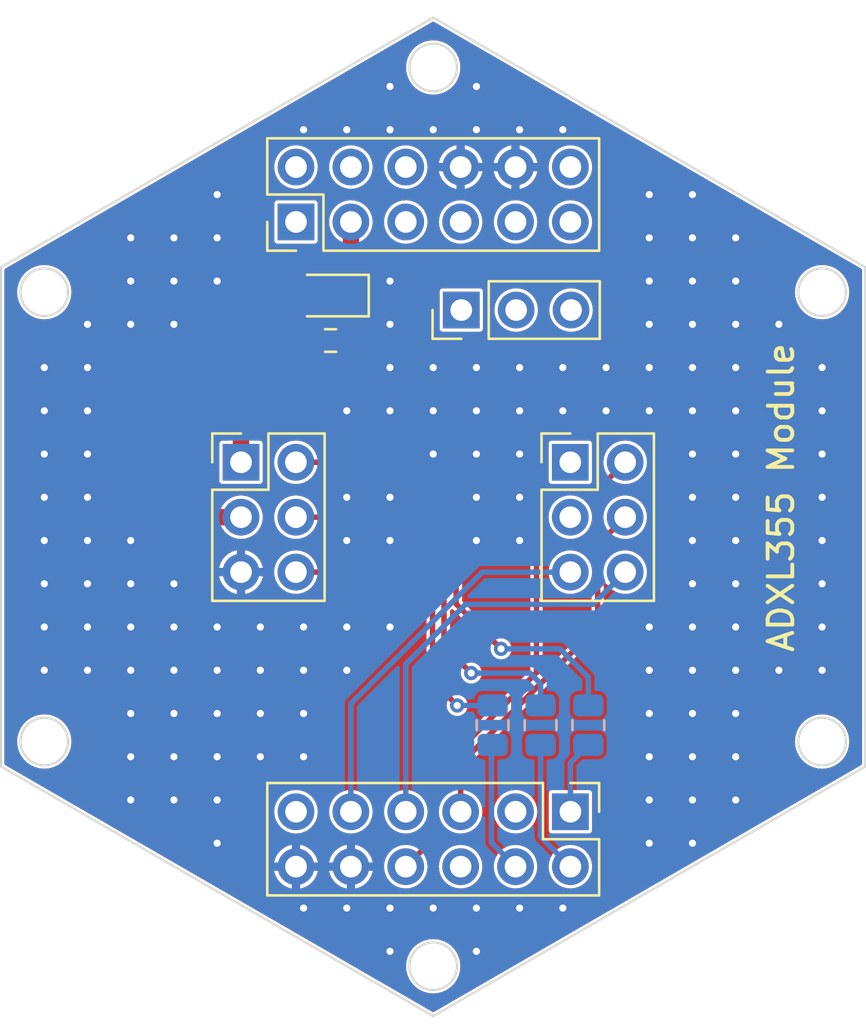
<source format=kicad_pcb>
(kicad_pcb (version 20211014) (generator pcbnew)
  (layers (0 "F.Cu" signal) (31 "B.Cu" signal) (34 "B.Paste" user) (35 "F.Paste" user) (36 "B.SilkS" user "B.Silkscreen") (37 "F.SilkS" user "F.Silkscreen") (38 "B.Mask" user) (39 "F.Mask" user) (44 "Edge.Cuts" user))
  (net 0 "")
  (net 1 "GND")
  (net 2 "VCC")
  (net 3 "/VDD")
  (net 4 "/INT1")
  (net 5 "/INT2")
  (net 6 "/DRDY")
  (net 7 "+5V")
  (net 8 "/V1P8ANA")
  (net 9 "/V1P8DIG")
  (net 10 "/VBAT")
  (net 14 "/SDA")
  (net 15 "/SCL")
  (net 16 "/A1")
  (net 17 "/MOSI")
  (net 18 "/D11")
  (net 19 "/MISO")
  (net 20 "/D6")
  (net 21 "/SCK")
  (net 22 "/~{CS}")
  (net 23 "/A5")
  (net 24 "/LED2")
  (net 25 "/~{EN}")
  (net 26 "/VBAT_OK")
  (net 27 "/D13")
  (net 30 "/~{I2C_RESET}")
  (footprint "LED_SMD:LED_0805_2012Metric_Pad1.15x1.40mm_HandSolder" (layer "F.Cu") (at 145.3175 89.868621 180)
    (fp_text reference "C1" hide)
    (fp_text value "47uF")
    (fp_line (start -1.86 -0.96) (end -1.86 0.96) (layer "F.SilkS") (width 0.12))
    (fp_line (start -1.86 0.96) (end 1 0.96) (layer "F.SilkS") (width 0.12))
    (fp_line (start 1 -0.96) (end -1.86 -0.96) (layer "F.SilkS") (width 0.12))
    (pad "1" smd roundrect (at -1.025 0 180) (size 1.15 1.4) (layers "F.Cu" "F.Paste" "F.Mask") (roundrect_rratio 0.217391) (net 2 "VCC"))
    (pad "2" smd roundrect (at 1.025 0 180) (size 1.15 1.4) (layers "F.Cu" "F.Paste" "F.Mask") (roundrect_rratio 0.217391) (net 1 "GND"))
  )
  (footprint "Connector_PinHeader_2.54mm:PinHeader_2x06_P2.54mm_Vertical" (layer "F.Cu") (at 143.81 86.465599 90)
    (fp_text reference "J1" hide)
    (fp_text value "Conn_02x06_Odd_Even" hide)
    (fp_line (start 1.27 -1.33) (end 3.87 -1.33) (layer "F.SilkS") (width 0.12))
    (fp_line (start -1.33 14.03) (end 3.87 14.03) (layer "F.SilkS") (width 0.12))
    (fp_line (start -1.33 0) (end -1.33 -1.33) (layer "F.SilkS") (width 0.12))
    (fp_line (start -1.33 -1.33) (end 0 -1.33) (layer "F.SilkS") (width 0.12))
    (fp_line (start 3.87 -1.33) (end 3.87 14.03) (layer "F.SilkS") (width 0.12))
    (fp_line (start 1.27 1.27) (end 1.27 -1.33) (layer "F.SilkS") (width 0.12))
    (fp_line (start -1.33 1.27) (end 1.27 1.27) (layer "F.SilkS") (width 0.12))
    (fp_line (start -1.33 1.27) (end -1.33 14.03) (layer "F.SilkS") (width 0.12))
    (pad "1" thru_hole rect (at 0 0 90) (size 1.7 1.7) (drill 1) (layers *.Cu *.Mask) (net 10 "/VBAT"))
    (pad "2" thru_hole oval (at 2.54 0 90) (size 1.7 1.7) (drill 1) (layers *.Cu *.Mask) (net 25 "/~{EN}"))
    (pad "3" thru_hole oval (at 0 2.54 90) (size 1.7 1.7) (drill 1) (layers *.Cu *.Mask) (net 2 "VCC"))
    (pad "4" thru_hole oval (at 2.54 2.54 90) (size 1.7 1.7) (drill 1) (layers *.Cu *.Mask) (net 26 "/VBAT_OK"))
    (pad "5" thru_hole oval (at 0 5.08 90) (size 1.7 1.7) (drill 1) (layers *.Cu *.Mask) (net 30 "/~{I2C_RESET}"))
    (pad "6" thru_hole oval (at 2.54 5.08 90) (size 1.7 1.7) (drill 1) (layers *.Cu *.Mask) (net 7 "+5V"))
    (pad "7" thru_hole oval (at 0 7.62 90) (size 1.7 1.7) (drill 1) (layers *.Cu *.Mask))
    (pad "8" thru_hole oval (at 2.54 7.62 90) (size 1.7 1.7) (drill 1) (layers *.Cu *.Mask) (net 1 "GND"))
    (pad "9" thru_hole oval (at 0 10.16 90) (size 1.7 1.7) (drill 1) (layers *.Cu *.Mask))
    (pad "10" thru_hole oval (at 2.54 10.16 90) (size 1.7 1.7) (drill 1) (layers *.Cu *.Mask) (net 1 "GND"))
    (pad "11" thru_hole oval (at 0 12.7 90) (size 1.7 1.7) (drill 1) (layers *.Cu *.Mask) (net 14 "/SDA"))
    (pad "12" thru_hole oval (at 2.54 12.7 90) (size 1.7 1.7) (drill 1) (layers *.Cu *.Mask) (net 15 "/SCL"))
  )
  (footprint "Resistor_SMD:R_0603_1608Metric_Pad0.98x0.95mm_HandSolder" (layer "F.Cu") (at 145.41 91.948621 180)
    (fp_text reference "FB1" hide)
    (fp_text value "FerriteBead_Small")
    (fp_line (start -0.254724 -0.5225) (end 0.254724 -0.5225) (layer "F.SilkS") (width 0.12))
    (fp_line (start -0.254724 0.5225) (end 0.254724 0.5225) (layer "F.SilkS") (width 0.12))
    (pad "1" smd roundrect (at -0.9125 0 180) (size 0.975 0.95) (layers "F.Cu" "F.Paste" "F.Mask") (net 2 "VCC"))
    (pad "2" smd roundrect (at 0.9125 0 180) (size 0.975 0.95) (layers "F.Cu" "F.Paste" "F.Mask") (net 3 "/VDD"))
  )
  (footprint "Connector_PinHeader_2.54mm:PinHeader_2x06_P2.54mm_Vertical" (layer "F.Cu") (at 156.51 113.743621 -90)
    (fp_text reference "J2" hide)
    (fp_text value "Conn_02x06_Odd_Even")
    (fp_line (start 1.27 1.27) (end 1.27 -1.33) (layer "F.SilkS") (width 0.12))
    (fp_line (start -1.33 0) (end -1.33 -1.33) (layer "F.SilkS") (width 0.12))
    (fp_line (start -1.33 1.27) (end -1.33 14.03) (layer "F.SilkS") (width 0.12))
    (fp_line (start -1.33 1.27) (end 1.27 1.27) (layer "F.SilkS") (width 0.12))
    (fp_line (start -1.33 -1.33) (end 0 -1.33) (layer "F.SilkS") (width 0.12))
    (fp_line (start 3.87 -1.33) (end 3.87 14.03) (layer "F.SilkS") (width 0.12))
    (fp_line (start 1.27 -1.33) (end 3.87 -1.33) (layer "F.SilkS") (width 0.12))
    (fp_line (start -1.33 14.03) (end 3.87 14.03) (layer "F.SilkS") (width 0.12))
    (pad "1" thru_hole rect (at 0 0 270) (size 1.7 1.7) (drill 1) (layers *.Cu *.Mask) (net 18 "/D11"))
    (pad "2" thru_hole oval (at 2.54 0 270) (size 1.7 1.7) (drill 1) (layers *.Cu *.Mask) (net 27 "/D13"))
    (pad "3" thru_hole oval (at 0 2.54 270) (size 1.7 1.7) (drill 1) (layers *.Cu *.Mask) (net 16 "/A1"))
    (pad "4" thru_hole oval (at 2.54 2.54 270) (size 1.7 1.7) (drill 1) (layers *.Cu *.Mask) (net 20 "/D6"))
    (pad "5" thru_hole oval (at 0 5.08 270) (size 1.7 1.7) (drill 1) (layers *.Cu *.Mask) (net 21 "/SCK"))
    (pad "6" thru_hole oval (at 2.54 5.08 270) (size 1.7 1.7) (drill 1) (layers *.Cu *.Mask) (net 23 "/A5"))
    (pad "7" thru_hole oval (at 0 7.62 270) (size 1.7 1.7) (drill 1) (layers *.Cu *.Mask) (net 17 "/MOSI"))
    (pad "8" thru_hole oval (at 2.54 7.62 270) (size 1.7 1.7) (drill 1) (layers *.Cu *.Mask) (net 22 "/~{CS}"))
    (pad "9" thru_hole oval (at 0 10.16 270) (size 1.7 1.7) (drill 1) (layers *.Cu *.Mask) (net 19 "/MISO"))
    (pad "10" thru_hole oval (at 2.54 10.16 270) (size 1.7 1.7) (drill 1) (layers *.Cu *.Mask) (net 1 "GND"))
    (pad "11" thru_hole oval (at 0 12.7 270) (size 1.7 1.7) (drill 1) (layers *.Cu *.Mask) (net 24 "/LED2"))
    (pad "12" thru_hole oval (at 2.54 12.7 270) (size 1.7 1.7) (drill 1) (layers *.Cu *.Mask) (net 1 "GND"))
  )
  (footprint "Connector_PinHeader_2.54mm:PinHeader_2x03_P2.54mm_Vertical" (layer "F.Cu") (at 141.265 97.57961)
    (fp_text reference "J3" hide)
    (fp_text value "P1")
    (fp_line (start -1.33 6.41) (end 3.87 6.41) (layer "F.SilkS") (width 0.12))
    (fp_line (start -1.33 0) (end -1.33 -1.33) (layer "F.SilkS") (width 0.12))
    (fp_line (start 1.27 -1.33) (end 3.87 -1.33) (layer "F.SilkS") (width 0.12))
    (fp_line (start -1.33 -1.33) (end 0 -1.33) (layer "F.SilkS") (width 0.12))
    (fp_line (start 3.87 -1.33) (end 3.87 6.41) (layer "F.SilkS") (width 0.12))
    (fp_line (start 1.27 1.27) (end 1.27 -1.33) (layer "F.SilkS") (width 0.12))
    (fp_line (start -1.33 1.27) (end -1.33 6.41) (layer "F.SilkS") (width 0.12))
    (fp_line (start -1.33 1.27) (end 1.27 1.27) (layer "F.SilkS") (width 0.12))
    (pad "1" thru_hole rect (at 0 0) (size 1.7 1.7) (drill 1) (layers *.Cu *.Mask) (net 2 "VCC"))
    (pad "2" thru_hole oval (at 2.54 0) (size 1.7 1.7) (drill 1) (layers *.Cu *.Mask) (net 4 "/INT1"))
    (pad "3" thru_hole oval (at 0 2.54) (size 1.7 1.7) (drill 1) (layers *.Cu *.Mask) (net 3 "/VDD"))
    (pad "4" thru_hole oval (at 2.54 2.54) (size 1.7 1.7) (drill 1) (layers *.Cu *.Mask) (net 5 "/INT2"))
    (pad "5" thru_hole oval (at 0 5.08) (size 1.7 1.7) (drill 1) (layers *.Cu *.Mask) (net 1 "GND"))
    (pad "6" thru_hole oval (at 2.54 5.08) (size 1.7 1.7) (drill 1) (layers *.Cu *.Mask) (net 6 "/DRDY"))
  )
  (footprint "Connector_PinHeader_2.54mm:PinHeader_2x03_P2.54mm_Vertical" (layer "F.Cu") (at 156.505 97.57961)
    (fp_text reference "J4" hide)
    (fp_text value "P2")
    (fp_line (start 1.27 -1.33) (end 3.87 -1.33) (layer "F.SilkS") (width 0.12))
    (fp_line (start -1.33 0) (end -1.33 -1.33) (layer "F.SilkS") (width 0.12))
    (fp_line (start -1.33 1.27) (end -1.33 6.41) (layer "F.SilkS") (width 0.12))
    (fp_line (start 1.27 1.27) (end 1.27 -1.33) (layer "F.SilkS") (width 0.12))
    (fp_line (start -1.33 -1.33) (end 0 -1.33) (layer "F.SilkS") (width 0.12))
    (fp_line (start 3.87 -1.33) (end 3.87 6.41) (layer "F.SilkS") (width 0.12))
    (fp_line (start -1.33 6.41) (end 3.87 6.41) (layer "F.SilkS") (width 0.12))
    (fp_line (start -1.33 1.27) (end 1.27 1.27) (layer "F.SilkS") (width 0.12))
    (pad "1" thru_hole rect (at 0 0) (size 1.7 1.7) (drill 1) (layers *.Cu *.Mask) (net 8 "/V1P8ANA"))
    (pad "2" thru_hole oval (at 2.54 0) (size 1.7 1.7) (drill 1) (layers *.Cu *.Mask) (net 22 "/~{CS}"))
    (pad "3" thru_hole oval (at 0 2.54) (size 1.7 1.7) (drill 1) (layers *.Cu *.Mask) (net 9 "/V1P8DIG"))
    (pad "4" thru_hole oval (at 2.54 2.54) (size 1.7 1.7) (drill 1) (layers *.Cu *.Mask) (net 21 "/SCK"))
    (pad "5" thru_hole oval (at 0 5.08) (size 1.7 1.7) (drill 1) (layers *.Cu *.Mask) (net 19 "/MISO"))
    (pad "6" thru_hole oval (at 2.54 5.08) (size 1.7 1.7) (drill 1) (layers *.Cu *.Mask) (net 17 "/MOSI"))
  )
  (footprint "Connector_PinHeader_2.54mm:PinHeader_1x03_P2.54mm_Vertical" (layer "F.Cu") (at 151.46 90.538621 90)
    (fp_text reference "J5" hide)
    (fp_text value "P3")
    (fp_line (start 1.33 1.27) (end 1.33 6.41) (layer "F.SilkS") (width 0.12))
    (fp_line (start -1.33 1.27) (end 1.33 1.27) (layer "F.SilkS") (width 0.12))
    (fp_line (start -1.33 -1.33) (end 0 -1.33) (layer "F.SilkS") (width 0.12))
    (fp_line (start -1.33 0) (end -1.33 -1.33) (layer "F.SilkS") (width 0.12))
    (fp_line (start -1.33 1.27) (end -1.33 6.41) (layer "F.SilkS") (width 0.12))
    (fp_line (start -1.33 6.41) (end 1.33 6.41) (layer "F.SilkS") (width 0.12))
    (pad "1" thru_hole rect (at 0 0 90) (size 1.7 1.7) (drill 1) (layers *.Cu *.Mask))
    (pad "2" thru_hole oval (at 0 2.54 90) (size 1.7 1.7) (drill 1) (layers *.Cu *.Mask))
    (pad "3" thru_hole oval (at 0 5.08 90) (size 1.7 1.7) (drill 1) (layers *.Cu *.Mask))
  )
  (footprint "Resistor_SMD:R_0805_2012Metric" (layer "B.Cu") (at 157.34 109.738621 90)
    (fp_text reference "R2" hide)
    (fp_text value "NC")
    (fp_line (start -0.227064 0.735) (end 0.227064 0.735) (layer "B.SilkS") (width 0.12))
    (fp_line (start -0.227064 -0.735) (end 0.227064 -0.735) (layer "B.SilkS") (width 0.12))
    (pad "1" smd roundrect (at -0.9125 0 90) (size 1.025 1.4) (layers "B.Cu" "B.Paste" "B.Mask") (roundrect_rratio 0.243902) (net 18 "/D11"))
    (pad "2" smd roundrect (at 0.9125 0 90) (size 1.025 1.4) (layers "B.Cu" "B.Paste" "B.Mask") (roundrect_rratio 0.243902) (net 4 "/INT1"))
  )
  (footprint "Resistor_SMD:R_0805_2012Metric" (layer "B.Cu") (at 155.13 109.738621 -90)
    (fp_text reference "R3" hide)
    (fp_text value "NC")
    (fp_line (start -0.227064 -0.735) (end 0.227064 -0.735) (layer "B.SilkS") (width 0.12))
    (fp_line (start -0.227064 0.735) (end 0.227064 0.735) (layer "B.SilkS") (width 0.12))
    (pad "1" smd roundrect (at -0.9125 0 270) (size 1.025 1.4) (layers "B.Cu" "B.Paste" "B.Mask") (roundrect_rratio 0.243902) (net 5 "/INT2"))
    (pad "2" smd roundrect (at 0.9125 0 270) (size 1.025 1.4) (layers "B.Cu" "B.Paste" "B.Mask") (roundrect_rratio 0.243902) (net 27 "/D13"))
  )
  (footprint "Resistor_SMD:R_0805_2012Metric" (layer "B.Cu") (at 152.91 109.738621 90)
    (fp_text reference "R1" hide)
    (fp_text value "NC")
    (fp_line (start -0.227064 -0.735) (end 0.227064 -0.735) (layer "B.SilkS") (width 0.12))
    (fp_line (start -0.227064 0.735) (end 0.227064 0.735) (layer "B.SilkS") (width 0.12))
    (pad "1" smd roundrect (at -0.9125 0 90) (size 1.025 1.4) (layers "B.Cu" "B.Paste" "B.Mask") (roundrect_rratio 0.243902) (net 20 "/D6"))
    (pad "2" smd roundrect (at 0.9125 0 90) (size 1.025 1.4) (layers "B.Cu" "B.Paste" "B.Mask") (roundrect_rratio 0.243902) (net 6 "/DRDY"))
  )
  (gr_line (start 130.16 88.557605) (end 130.16 111.651615) (layer "Edge.Cuts") (width 0.1))
  (gr_circle (center 168.16 110.496915) (end 169.26 110.496915) (layer "Edge.Cuts") (width 0.1) (fill none))
  (gr_line (start 130.16 111.651615) (end 150.16 123.198621) (layer "Edge.Cuts") (width 0.1))
  (gr_circle (center 168.16 89.712305) (end 169.26 89.712305) (layer "Edge.Cuts") (width 0.1) (fill none))
  (gr_circle (center 132.16 89.712305) (end 133.26 89.712305) (layer "Edge.Cuts") (width 0.1) (fill none))
  (gr_line (start 150.16 77.010599) (end 130.16 88.557605) (layer "Edge.Cuts") (width 0.1))
  (gr_line (start 170.16 88.557605) (end 150.16 77.010599) (layer "Edge.Cuts") (width 0.1))
  (gr_circle (center 150.16 79.32) (end 151.26 79.32) (layer "Edge.Cuts") (width 0.1) (fill none))
  (gr_circle (center 150.16 120.88922) (end 151.26 120.88922) (layer "Edge.Cuts") (width 0.1) (fill none))
  (gr_line (start 170.16 111.651615) (end 170.16 88.557605) (layer "Edge.Cuts") (width 0.1))
  (gr_line (start 150.16 123.198621) (end 170.16 111.651615) (layer "Edge.Cuts") (width 0.1))
  (gr_circle (center 132.16 110.496915) (end 133.26 110.496915) (layer "Edge.Cuts") (width 0.1) (fill none))
  (gr_text "ADXL355 Module" (at 166.26 99.208621 90) (layer "F.SilkS") (effects (font (size 1.143 1.143) (thickness 0.1778))))
  (via (at 160.16 107.198621) (size 0.6604) (drill 0.3302) (layers "F.Cu" "B.Cu") (net 1))
  (via (at 168.16 103.198621) (size 0.6604) (drill 0.3302) (layers "F.Cu" "B.Cu") (net 1))
  (via (at 134.16 91.198621) (size 0.6604) (drill 0.3302) (layers "F.Cu" "B.Cu") (net 1))
  (via (at 152.16 118.198621) (size 0.6604) (drill 0.3302) (layers "F.Cu" "B.Cu") (net 1))
  (via (at 136.16 113.198621) (size 0.6604) (drill 0.3302) (layers "F.Cu" "B.Cu") (net 1))
  (via (at 164.16 113.198621) (size 0.6604) (drill 0.3302) (layers "F.Cu" "B.Cu") (net 1))
  (via (at 144.16 109.198621) (size 0.6604) (drill 0.3302) (layers "F.Cu" "B.Cu") (net 1))
  (via (at 150.16 82.198621) (size 0.6604) (drill 0.3302) (layers "F.Cu" "B.Cu") (net 1))
  (via (at 162.16 91.198621) (size 0.6604) (drill 0.3302) (layers "F.Cu" "B.Cu") (net 1))
  (via (at 146.16 101.198621) (size 0.6604) (drill 0.3302) (layers "F.Cu" "B.Cu") (net 1))
  (via (at 162.16 105.198621) (size 0.6604) (drill 0.3302) (layers "F.Cu" "B.Cu") (net 1))
  (via (at 154.16 95.198621) (size 0.6604) (drill 0.3302) (layers "F.Cu" "B.Cu") (net 1))
  (via (at 136.16 89.198621) (size 0.6604) (drill 0.3302) (layers "F.Cu" "B.Cu") (net 1))
  (via (at 164.16 91.198621) (size 0.6604) (drill 0.3302) (layers "F.Cu" "B.Cu") (net 1))
  (via (at 134.16 95.198621) (size 0.6604) (drill 0.3302) (layers "F.Cu" "B.Cu") (net 1))
  (via (at 132.16 105.198621) (size 0.6604) (drill 0.3302) (layers "F.Cu" "B.Cu") (net 1))
  (via (at 164.16 95.198621) (size 0.6604) (drill 0.3302) (layers "F.Cu" "B.Cu") (net 1))
  (via (at 162.16 97.198621) (size 0.6604) (drill 0.3302) (layers "F.Cu" "B.Cu") (net 1))
  (via (at 142.16 105.198621) (size 0.6604) (drill 0.3302) (layers "F.Cu" "B.Cu") (net 1))
  (via (at 162.16 103.198621) (size 0.6604) (drill 0.3302) (layers "F.Cu" "B.Cu") (net 1))
  (via (at 162.16 87.198621) (size 0.6604) (drill 0.3302) (layers "F.Cu" "B.Cu") (net 1))
  (via (at 160.16 111.198621) (size 0.6604) (drill 0.3302) (layers "F.Cu" "B.Cu") (net 1))
  (via (at 152.16 95.198621) (size 0.6604) (drill 0.3302) (layers "F.Cu" "B.Cu") (net 1))
  (via (at 148.16 91.198621) (size 0.6604) (drill 0.3302) (layers "F.Cu" "B.Cu") (net 1))
  (via (at 166.16 107.198621) (size 0.6604) (drill 0.3302) (layers "F.Cu" "B.Cu") (net 1))
  (via (at 162.16 113.198621) (size 0.6604) (drill 0.3302) (layers "F.Cu" "B.Cu") (net 1))
  (via (at 148.16 120.198621) (size 0.6604) (drill 0.3302) (layers "F.Cu" "B.Cu") (net 1))
  (via (at 140.16 111.198621) (size 0.6604) (drill 0.3302) (layers "F.Cu" "B.Cu") (net 1))
  (via (at 146.16 107.198621) (size 0.6604) (drill 0.3302) (layers "F.Cu" "B.Cu") (net 1))
  (via (at 132.16 101.198621) (size 0.6604) (drill 0.3302) (layers "F.Cu" "B.Cu") (net 1))
  (via (at 140.16 89.198621) (size 0.6604) (drill 0.3302) (layers "F.Cu" "B.Cu") (net 1))
  (via (at 148.16 95.198621) (size 0.6604) (drill 0.3302) (layers "F.Cu" "B.Cu") (net 1))
  (via (at 138.16 113.198621) (size 0.6604) (drill 0.3302) (layers "F.Cu" "B.Cu") (net 1))
  (via (at 134.16 105.198621) (size 0.6604) (drill 0.3302) (layers "F.Cu" "B.Cu") (net 1))
  (via (at 132.16 95.198621) (size 0.6604) (drill 0.3302) (layers "F.Cu" "B.Cu") (net 1))
  (via (at 152.16 120.198621) (size 0.6604) (drill 0.3302) (layers "F.Cu" "B.Cu") (net 1))
  (via (at 136.16 107.198621) (size 0.6604) (drill 0.3302) (layers "F.Cu" "B.Cu") (net 1))
  (via (at 146.16 82.198621) (size 0.6604) (drill 0.3302) (layers "F.Cu" "B.Cu") (net 1))
  (via (at 134.16 107.198621) (size 0.6604) (drill 0.3302) (layers "F.Cu" "B.Cu") (net 1))
  (via (at 168.16 105.198621) (size 0.6604) (drill 0.3302) (layers "F.Cu" "B.Cu") (net 1))
  (via (at 146.16 99.198621) (size 0.6604) (drill 0.3302) (layers "F.Cu" "B.Cu") (net 1))
  (via (at 160.16 105.198621) (size 0.6604) (drill 0.3302) (layers "F.Cu" "B.Cu") (net 1))
  (via (at 138.16 105.198621) (size 0.6604) (drill 0.3302) (layers "F.Cu" "B.Cu") (net 1))
  (via (at 164.16 109.198621) (size 0.6604) (drill 0.3302) (layers "F.Cu" "B.Cu") (net 1))
  (via (at 146.16 118.198621) (size 0.6604) (drill 0.3302) (layers "F.Cu" "B.Cu") (net 1))
  (via (at 164.16 107.198621) (size 0.6604) (drill 0.3302) (layers "F.Cu" "B.Cu") (net 1))
  (via (at 156.16 82.198621) (size 0.6604) (drill 0.3302) (layers "F.Cu" "B.Cu") (net 1))
  (via (at 148.16 89.198621) (size 0.6604) (drill 0.3302) (layers "F.Cu" "B.Cu") (net 1))
  (via (at 144.16 105.198621) (size 0.6604) (drill 0.3302) (layers "F.Cu" "B.Cu") (net 1))
  (via (at 134.16 101.198621) (size 0.6604) (drill 0.3302) (layers "F.Cu" "B.Cu") (net 1))
  (via (at 164.16 93.198621) (size 0.6604) (drill 0.3302) (layers "F.Cu" "B.Cu") (net 1))
  (via (at 134.16 97.198621) (size 0.6604) (drill 0.3302) (layers "F.Cu" "B.Cu") (net 1))
  (via (at 132.16 97.198621) (size 0.6604) (drill 0.3302) (layers "F.Cu" "B.Cu") (net 1))
  (via (at 134.16 93.198621) (size 0.6604) (drill 0.3302) (layers "F.Cu" "B.Cu") (net 1))
  (via (at 162.16 89.198621) (size 0.6604) (drill 0.3302) (layers "F.Cu" "B.Cu") (net 1))
  (via (at 164.16 99.198621) (size 0.6604) (drill 0.3302) (layers "F.Cu" "B.Cu") (net 1))
  (via (at 168.16 95.198621) (size 0.6604) (drill 0.3302) (layers "F.Cu" "B.Cu") (net 1))
  (via (at 154.16 82.198621) (size 0.6604) (drill 0.3302) (layers "F.Cu" "B.Cu") (net 1))
  (via (at 160.16 95.198621) (size 0.6604) (drill 0.3302) (layers "F.Cu" "B.Cu") (net 1))
  (via (at 136.16 103.198621) (size 0.6604) (drill 0.3302) (layers "F.Cu" "B.Cu") (net 1))
  (via (at 164.16 89.198621) (size 0.6604) (drill 0.3302) (layers "F.Cu" "B.Cu") (net 1))
  (via (at 134.16 99.198621) (size 0.6604) (drill 0.3302) (layers "F.Cu" "B.Cu") (net 1))
  (via (at 138.16 111.198621) (size 0.6604) (drill 0.3302) (layers "F.Cu" "B.Cu") (net 1))
  (via (at 136.16 105.198621) (size 0.6604) (drill 0.3302) (layers "F.Cu" "B.Cu") (net 1))
  (via (at 136.16 87.198621) (size 0.6604) (drill 0.3302) (layers "F.Cu" "B.Cu") (net 1))
  (via (at 148.16 101.198621) (size 0.6604) (drill 0.3302) (layers "F.Cu" "B.Cu") (net 1))
  (via (at 162.16 95.198621) (size 0.6604) (drill 0.3302) (layers "F.Cu" "B.Cu") (net 1))
  (via (at 154.16 118.198621) (size 0.6604) (drill 0.3302) (layers "F.Cu" "B.Cu") (net 1))
  (via (at 154.16 93.198621) (size 0.6604) (drill 0.3302) (layers "F.Cu" "B.Cu") (net 1))
  (via (at 164.16 103.198621) (size 0.6604) (drill 0.3302) (layers "F.Cu" "B.Cu") (net 1))
  (via (at 140.16 107.198621) (size 0.6604) (drill 0.3302) (layers "F.Cu" "B.Cu") (net 1))
  (via (at 168.16 97.198621) (size 0.6604) (drill 0.3302) (layers "F.Cu" "B.Cu") (net 1))
  (via (at 148.16 82.198621) (size 0.6604) (drill 0.3302) (layers "F.Cu" "B.Cu") (net 1))
  (via (at 132.16 103.198621) (size 0.6604) (drill 0.3302) (layers "F.Cu" "B.Cu") (net 1))
  (via (at 164.16 105.198621) (size 0.6604) (drill 0.3302) (layers "F.Cu" "B.Cu") (net 1))
  (via (at 148.16 99.198621) (size 0.6604) (drill 0.3302) (layers "F.Cu" "B.Cu") (net 1))
  (via (at 160.16 85.198621) (size 0.6604) (drill 0.3302) (layers "F.Cu" "B.Cu") (net 1))
  (via (at 150.16 93.198621) (size 0.6604) (drill 0.3302) (layers "F.Cu" "B.Cu") (net 1))
  (via (at 138.16 91.198621) (size 0.6604) (drill 0.3302) (layers "F.Cu" "B.Cu") (net 1))
  (via (at 164.16 101.198621) (size 0.6604) (drill 0.3302) (layers "F.Cu" "B.Cu") (net 1))
  (via (at 140.16 109.198621) (size 0.6604) (drill 0.3302) (layers "F.Cu" "B.Cu") (net 1))
  (via (at 162.16 107.198621) (size 0.6604) (drill 0.3302) (layers "F.Cu" "B.Cu") (net 1))
  (via (at 140.16 113.198621) (size 0.6604) (drill 0.3302) (layers "F.Cu" "B.Cu") (net 1))
  (via (at 138.16 87.198621) (size 0.6604) (drill 0.3302) (layers "F.Cu" "B.Cu") (net 1))
  (via (at 152.16 101.198621) (size 0.6604) (drill 0.3302) (layers "F.Cu" "B.Cu") (net 1))
  (via (at 152.16 93.198621) (size 0.6604) (drill 0.3302) (layers "F.Cu" "B.Cu") (net 1))
  (via (at 150.16 97.198621) (size 0.6604) (drill 0.3302) (layers "F.Cu" "B.Cu") (net 1))
  (via (at 160.16 87.198621) (size 0.6604) (drill 0.3302) (layers "F.Cu" "B.Cu") (net 1))
  (via (at 156.16 93.198621) (size 0.6604) (drill 0.3302) (layers "F.Cu" "B.Cu") (net 1))
  (via (at 162.16 111.198621) (size 0.6604) (drill 0.3302) (layers "F.Cu" "B.Cu") (net 1))
  (via (at 162.16 85.198621) (size 0.6604) (drill 0.3302) (layers "F.Cu" "B.Cu") (net 1))
  (via (at 140.16 87.198621) (size 0.6604) (drill 0.3302) (layers "F.Cu" "B.Cu") (net 1))
  (via (at 142.16 109.198621) (size 0.6604) (drill 0.3302) (layers "F.Cu" "B.Cu") (net 1))
  (via (at 162.16 93.198621) (size 0.6604) (drill 0.3302) (layers "F.Cu" "B.Cu") (net 1))
  (via (at 142.16 107.198621) (size 0.6604) (drill 0.3302) (layers "F.Cu" "B.Cu") (net 1))
  (via (at 154.16 99.198621) (size 0.6604) (drill 0.3302) (layers "F.Cu" "B.Cu") (net 1))
  (via (at 148.16 80.198621) (size 0.6604) (drill 0.3302) (layers "F.Cu" "B.Cu") (net 1))
  (via (at 162.16 101.198621) (size 0.6604) (drill 0.3302) (layers "F.Cu" "B.Cu") (net 1))
  (via (at 144.16 82.198621) (size 0.6604) (drill 0.3302) (layers "F.Cu" "B.Cu") (net 1))
  (via (at 168.16 101.198621) (size 0.6604) (drill 0.3302) (layers "F.Cu" "B.Cu") (net 1))
  (via (at 148.16 118.198621) (size 0.6604) (drill 0.3302) (layers "F.Cu" "B.Cu") (net 1))
  (via (at 156.16 118.198621) (size 0.6604) (drill 0.3302) (layers "F.Cu" "B.Cu") (net 1))
  (via (at 138.16 109.198621) (size 0.6604) (drill 0.3302) (layers "F.Cu" "B.Cu") (net 1))
  (via (at 164.16 111.198621) (size 0.6604) (drill 0.3302) (layers "F.Cu" "B.Cu") (net 1))
  (via (at 136.16 101.198621) (size 0.6604) (drill 0.3302) (layers "F.Cu" "B.Cu") (net 1))
  (via (at 160.16 89.198621) (size 0.6604) (drill 0.3302) (layers "F.Cu" "B.Cu") (net 1))
  (via (at 152.16 97.198621) (size 0.6604) (drill 0.3302) (layers "F.Cu" "B.Cu") (net 1))
  (via (at 140.16 85.198621) (size 0.6604) (drill 0.3302) (layers "F.Cu" "B.Cu") (net 1))
  (via (at 156.16 95.198621) (size 0.6604) (drill 0.3302) (layers "F.Cu" "B.Cu") (net 1))
  (via (at 168.16 93.198621) (size 0.6604) (drill 0.3302) (layers "F.Cu" "B.Cu") (net 1))
  (via (at 136.16 111.198621) (size 0.6604) (drill 0.3302) (layers "F.Cu" "B.Cu") (net 1))
  (via (at 154.16 97.198621) (size 0.6604) (drill 0.3302) (layers "F.Cu" "B.Cu") (net 1))
  (via (at 162.16 115.198621) (size 0.6604) (drill 0.3302) (layers "F.Cu" "B.Cu") (net 1))
  (via (at 158.16 95.198621) (size 0.6604) (drill 0.3302) (layers "F.Cu" "B.Cu") (net 1))
  (via (at 142.16 111.198621) (size 0.6604) (drill 0.3302) (layers "F.Cu" "B.Cu") (net 1))
  (via (at 158.16 93.198621) (size 0.6604) (drill 0.3302) (layers "F.Cu" "B.Cu") (net 1))
  (via (at 160.16 91.198621) (size 0.6604) (drill 0.3302) (layers "F.Cu" "B.Cu") (net 1))
  (via (at 168.16 107.198621) (size 0.6604) (drill 0.3302) (layers "F.Cu" "B.Cu") (net 1))
  (via (at 162.16 99.198621) (size 0.6604) (drill 0.3302) (layers "F.Cu" "B.Cu") (net 1))
  (via (at 132.16 93.198621) (size 0.6604) (drill 0.3302) (layers "F.Cu" "B.Cu") (net 1))
  (via (at 140.16 105.198621) (size 0.6604) (drill 0.3302) (layers "F.Cu" "B.Cu") (net 1))
  (via (at 160.16 115.198621) (size 0.6604) (drill 0.3302) (layers "F.Cu" "B.Cu") (net 1))
  (via (at 154.16 101.198621) (size 0.6604) (drill 0.3302) (layers "F.Cu" "B.Cu") (net 1))
  (via (at 152.16 82.198621) (size 0.6604) (drill 0.3302) (layers "F.Cu" "B.Cu") (net 1))
  (via (at 152.16 99.198621) (size 0.6604) (drill 0.3302) (layers "F.Cu" "B.Cu") (net 1))
  (via (at 150.16 118.198621) (size 0.6604) (drill 0.3302) (layers "F.Cu" "B.Cu") (net 1))
  (via (at 134.16 103.198621) (size 0.6604) (drill 0.3302) (layers "F.Cu" "B.Cu") (net 1))
  (via (at 150.16 95.198621) (size 0.6604) (drill 0.3302) (layers "F.Cu" "B.Cu") (net 1))
  (via (at 138.16 89.198621) (size 0.6604) (drill 0.3302) (layers "F.Cu" "B.Cu") (net 1))
  (via (at 164.16 97.198621) (size 0.6604) (drill 0.3302) (layers "F.Cu" "B.Cu") (net 1))
  (via (at 138.16 103.198621) (size 0.6604) (drill 0.3302) (layers "F.Cu" "B.Cu") (net 1))
  (via (at 132.16 99.198621) (size 0.6604) (drill 0.3302) (layers "F.Cu" "B.Cu") (net 1))
  (via (at 164.16 87.198621) (size 0.6604) (drill 0.3302) (layers "F.Cu" "B.Cu") (net 1))
  (via (at 166.16 91.198621) (size 0.6604) (drill 0.3302) (layers "F.Cu" "B.Cu") (net 1))
  (via (at 144.16 118.198621) (size 0.6604) (drill 0.3302) (layers "F.Cu" "B.Cu") (net 1))
  (via (at 146.16 95.198621) (size 0.6604) (drill 0.3302) (layers "F.Cu" "B.Cu") (net 1))
  (via (at 152.16 80.198621) (size 0.6604) (drill 0.3302) (layers "F.Cu" "B.Cu") (net 1))
  (via (at 160.16 93.198621) (size 0.6604) (drill 0.3302) (layers "F.Cu" "B.Cu") (net 1))
  (via (at 136.16 109.198621) (size 0.6604) (drill 0.3302) (layers "F.Cu" "B.Cu") (net 1))
  (via (at 144.16 111.198621) (size 0.6604) (drill 0.3302) (layers "F.Cu" "B.Cu") (net 1))
  (via (at 168.16 99.198621) (size 0.6604) (drill 0.3302) (layers "F.Cu" "B.Cu") (net 1))
  (via (at 140.16 115.198621) (size 0.6604) (drill 0.3302) (layers "F.Cu" "B.Cu") (net 1))
  (via (at 148.16 93.198621) (size 0.6604) (drill 0.3302) (layers "F.Cu" "B.Cu") (net 1))
  (via (at 146.16 105.198621) (size 0.6604) (drill 0.3302) (layers "F.Cu" "B.Cu") (net 1))
  (via (at 148.16 105.198621) (size 0.6604) (drill 0.3302) (layers "F.Cu" "B.Cu") (net 1))
  (via (at 160.16 113.198621) (size 0.6604) (drill 0.3302) (layers "F.Cu" "B.Cu") (net 1))
  (via (at 162.16 109.198621) (size 0.6604) (drill 0.3302) (layers "F.Cu" "B.Cu") (net 1))
  (via (at 138.16 107.198621) (size 0.6604) (drill 0.3302) (layers "F.Cu" "B.Cu") (net 1))
  (via (at 144.16 107.198621) (size 0.6604) (drill 0.3302) (layers "F.Cu" "B.Cu") (net 1))
  (via (at 132.16 107.198621) (size 0.6604) (drill 0.3302) (layers "F.Cu" "B.Cu") (net 1))
  (via (at 160.16 109.198621) (size 0.6604) (drill 0.3302) (layers "F.Cu" "B.Cu") (net 1))
  (via (at 136.16 91.198621) (size 0.6604) (drill 0.3302) (layers "F.Cu" "B.Cu") (net 1))
  (segment (start 145.54 94.198621) (end 142.71 94.198621) (width 0.762) (layer "F.Cu") (net 2))
  (segment (start 146.35 89.683621) (end 146.345 89.688621) (width 0.762) (layer "F.Cu") (net 2))
  (segment (start 146.345 91.926121) (end 146.3225 91.948621) (width 0.762) (layer "F.Cu") (net 2))
  (segment (start 142.71 94.198621) (end 141.265 95.643621) (width 0.762) (layer "F.Cu") (net 2))
  (segment (start 146.3225 91.948621) (end 146.3225 93.416121) (width 0.762) (layer "F.Cu") (net 2))
  (segment (start 141.265 95.643621) (end 141.265 97.57961) (width 0.762) (layer "F.Cu") (net 2))
  (segment (start 146.35 86.465599) (end 146.35 89.683621) (width 0.762) (layer "F.Cu") (net 2))
  (segment (start 146.345 89.688621) (end 146.345 91.926121) (width 0.762) (layer "F.Cu") (net 2))
  (segment (start 146.3225 93.416121) (end 145.54 94.198621) (width 0.762) (layer "F.Cu") (net 2))
  (segment (start 138.690989 100.11961) (end 141.265 100.11961) (width 0.762) (layer "F.Cu") (net 3))
  (segment (start 139.98 91.948621) (end 137.29 94.638621) (width 0.762) (layer "F.Cu") (net 3))
  (segment (start 144.4975 91.948621) (end 139.98 91.948621) (width 0.762) (layer "F.Cu") (net 3))
  (segment (start 137.29 98.718621) (end 138.690989 100.11961) (width 0.762) (layer "F.Cu") (net 3))
  (segment (start 137.29 94.638621) (end 137.29 98.718621) (width 0.762) (layer "F.Cu") (net 3))
  (segment (start 149.090989 97.57961) (end 151.22 99.708621) (width 0.254) (layer "F.Cu") (net 4))
  (segment (start 143.805 97.57961) (end 149.090989 97.57961) (width 0.254) (layer "F.Cu") (net 4))
  (segment (start 151.22 104.128621) (end 153.3 106.208621) (width 0.254) (layer "F.Cu") (net 4))
  (segment (start 151.22 99.708621) (end 151.22 103.448621) (width 0.254) (layer "F.Cu") (net 4))
  (segment (start 151.22 103.448621) (end 151.22 104.128621) (width 0.254) (layer "F.Cu") (net 4))
  (via (at 153.3 106.208621) (size 0.6604) (drill 0.3302) (layers "F.Cu" "B.Cu") (net 4))
  (segment (start 156.03 106.208621) (end 157.34 107.518621) (width 0.254) (layer "B.Cu") (net 4))
  (segment (start 153.3 106.208621) (end 156.03 106.208621) (width 0.254) (layer "B.Cu") (net 4))
  (segment (start 157.34 107.518621) (end 157.34 108.826121) (width 0.254) (layer "B.Cu") (net 4))
  (segment (start 150.66 104.818621) (end 150.66 106.068621) (width 0.254) (layer "F.Cu") (net 5))
  (segment (start 143.805 100.11961) (end 148.850989 100.11961) (width 0.254) (layer "F.Cu") (net 5))
  (segment (start 148.850989 100.11961) (end 150.66 101.928621) (width 0.254) (layer "F.Cu") (net 5))
  (segment (start 150.66 101.928621) (end 150.66 104.818621) (width 0.254) (layer "F.Cu") (net 5))
  (segment (start 150.66 106.068621) (end 151.92 107.328621) (width 0.254) (layer "F.Cu") (net 5))
  (via (at 151.92 107.328621) (size 0.6604) (drill 0.3302) (layers "F.Cu" "B.Cu") (net 5))
  (segment (start 151.92 107.328621) (end 154.64 107.328621) (width 0.254) (layer "B.Cu") (net 5))
  (segment (start 154.64 107.328621) (end 155.13 107.818621) (width 0.254) (layer "B.Cu") (net 5))
  (segment (start 155.13 107.818621) (end 155.13 108.826121) (width 0.254) (layer "B.Cu") (net 5))
  (segment (start 143.805 102.65961) (end 148.960989 102.65961) (width 0.254) (layer "F.Cu") (net 6))
  (segment (start 148.960989 102.65961) (end 150.13 103.828621) (width 0.254) (layer "F.Cu") (net 6))
  (segment (start 150.13 107.688621) (end 151.27 108.828621) (width 0.254) (layer "F.Cu") (net 6))
  (segment (start 150.13 103.828621) (end 150.13 107.688621) (width 0.254) (layer "F.Cu") (net 6))
  (via (at 151.27 108.828621) (size 0.6604) (drill 0.3302) (layers "F.Cu" "B.Cu") (net 6))
  (segment (start 151.27 108.828621) (end 152.9075 108.828621) (width 0.254) (layer "B.Cu") (net 6))
  (segment (start 152.9075 108.828621) (end 152.91 108.826121) (width 0.254) (layer "B.Cu") (net 6))
  (segment (start 148.89 106.918621) (end 148.89 113.743621) (width 0.254) (layer "B.Cu") (net 17))
  (segment (start 151.66 104.148621) (end 148.89 106.918621) (width 0.254) (layer "B.Cu") (net 17))
  (segment (start 157.555989 104.148621) (end 151.66 104.148621) (width 0.254) (layer "B.Cu") (net 17))
  (segment (start 159.045 102.65961) (end 157.555989 104.148621) (width 0.254) (layer "B.Cu") (net 17))
  (segment (start 156.51 111.481121) (end 157.34 110.651121) (width 0.254) (layer "B.Cu") (net 18))
  (segment (start 156.51 113.743621) (end 156.51 111.481121) (width 0.254) (layer "B.Cu") (net 18))
  (segment (start 156.505 102.65961) (end 152.429011 102.65961) (width 0.254) (layer "B.Cu") (net 19))
  (segment (start 146.35 108.738621) (end 146.35 113.743621) (width 0.254) (layer "B.Cu") (net 19))
  (segment (start 152.429011 102.65961) (end 146.35 108.738621) (width 0.254) (layer "B.Cu") (net 19))
  (segment (start 152.91 110.651121) (end 152.853789 110.707332) (width 0.254) (layer "B.Cu") (net 20))
  (segment (start 152.853789 115.16741) (end 153.97 116.283621) (width 0.254) (layer "B.Cu") (net 20))
  (segment (start 152.853789 110.707332) (end 152.853789 115.16741) (width 0.254) (layer "B.Cu") (net 20))
  (segment (start 157.77 101.39461) (end 159.045 100.11961) (width 0.254) (layer "F.Cu") (net 21))
  (segment (start 151.43 111.518621) (end 157.77 105.178621) (width 0.254) (layer "F.Cu") (net 21))
  (segment (start 151.43 113.743621) (end 151.43 111.518621) (width 0.254) (layer "F.Cu") (net 21))
  (segment (start 157.77 105.178621) (end 157.77 101.39461) (width 0.254) (layer "F.Cu") (net 21))
  (segment (start 150.16 115.013621) (end 150.16 112.088621) (width 0.254) (layer "F.Cu") (net 22))
  (segment (start 154.94 99.898621) (end 155.95 98.888621) (width 0.254) (layer "F.Cu") (net 22))
  (segment (start 150.16 112.088621) (end 154.94 107.308621) (width 0.254) (layer "F.Cu") (net 22))
  (segment (start 155.95 98.888621) (end 157.735989 98.888621) (width 0.254) (layer "F.Cu") (net 22))
  (segment (start 148.89 116.283621) (end 150.16 115.013621) (width 0.254) (layer "F.Cu") (net 22))
  (segment (start 154.94 107.308621) (end 154.94 99.898621) (width 0.254) (layer "F.Cu") (net 22))
  (segment (start 157.735989 98.888621) (end 159.045 97.57961) (width 0.254) (layer "F.Cu") (net 22))
  (segment (start 155.13 114.903621) (end 156.51 116.283621) (width 0.254) (layer "B.Cu") (net 27))
  (segment (start 155.13 110.651121) (end 155.13 114.903621) (width 0.254) (layer "B.Cu") (net 27))
  (zone (net 1) (net_name "GND") (layers F&B.Cu) (connect_pads (clearance 0.1524)) (min_thickness 0.1778) (fill yes (thermal_gap 0.1778) (thermal_bridge_width 0.381))
    (polygon (pts (xy 170.16 123.198621) (xy 130.16 123.198621) (xy 130.16 76.198621) (xy 170.16 76.198621)))
  )
)
</source>
